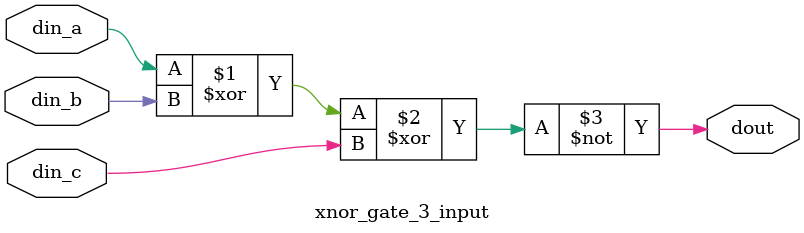
<source format=v>
`timescale 1ns/10ps

module xnor_gate_3_input(
    din_a,
    din_b,
    din_c,
    dout
);

input din_a, din_b, din_c;
output dout;

assign dout = ~(din_a ^ din_b ^ din_c);

endmodule
</source>
